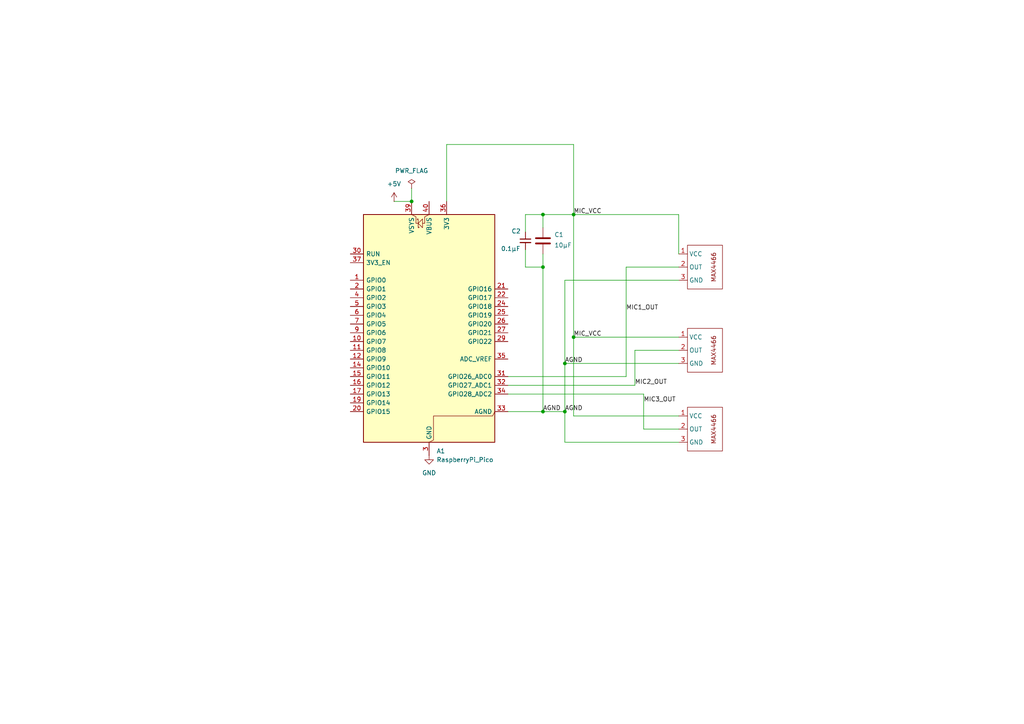
<source format=kicad_sch>
(kicad_sch (version 20250114) (generator "eeschema") (generator_version "9.0")
  (paper "A4")
  (title_block (title "Electret Microphone Array") (date "2025-10-10") (rev "1") (company "Group 3") (comment 1 "APSC 140") (comment 2 "Capilano University"))
  (lib_symbols
    (symbol "Device:C" (pin_numbers (hide yes)) (pin_names (offset 0.254))
      (property "Reference" "C" (at 0.635 2.54 0))
      (property "Value" "C" (at 0.635 -2.54 0))
      (symbol "C_0_1"
        (polyline (pts (xy -2.032 0.762) (xy 2.032 0.762)) (stroke (width 0.508)))
        (polyline (pts (xy -2.032 -0.762) (xy 2.032 -0.762)) (stroke (width 0.508)))
      )
      (symbol "C_1_1"
        (pin passive line (at 0 3.81 270) (length 2.794) (name "~") (number "1"))
        (pin passive line (at 0 -3.81 90) (length 2.794) (name "~") (number "2"))
      )
    )
    (symbol "Device:C_Small" (pin_numbers (hide yes)) (pin_names (offset 0.254) (hide yes))
      (property "Reference" "C" (at 0.254 1.778 0))
      (property "Value" "C_Small" (at 0.254 -2.032 0))
      (symbol "C_Small_0_1"
        (polyline (pts (xy -1.524 0.508) (xy 1.524 0.508)) (stroke (width 0.3048)))
        (polyline (pts (xy -1.524 -0.508) (xy 1.524 -0.508)) (stroke (width 0.3302)))
      )
      (symbol "C_Small_1_1"
        (pin passive line (at 0 2.54 270) (length 2.032) (name "~") (number "1"))
        (pin passive line (at 0 -2.54 90) (length 2.032) (name "~") (number "2"))
      )
    )
    (symbol "MCU_Module:RaspberryPi_Pico" (pin_names (offset 0.762))
      (property "Reference" "A" (at -19.05 35.56 0))
      (property "Value" "RaspberryPi_Pico" (at 7.62 35.56 0))
      (symbol "RaspberryPi_Pico_0_1"
        (rectangle (start -19.05 34.29) (end 19.05 -31.75) (stroke (width 0.254)) (fill (type background)))
        (polyline (pts (xy -5.08 34.29) (xy -3.81 33.655) (xy -3.81 31.75) (xy -3.175 31.75)))
        (polyline (pts (xy -3.429 32.766) (xy -3.429 33.02) (xy -3.175 33.02) (xy -3.175 30.48) (xy -2.921 30.48) (xy -2.921 30.734)))
        (polyline (pts (xy -3.175 31.75) (xy -1.905 33.02) (xy -1.905 30.48) (xy -3.175 31.75)))
        (polyline (pts (xy 0 34.29) (xy -1.27 33.655) (xy -1.27 31.75) (xy -1.905 31.75)))
        (polyline (pts (xy 0 -31.75) (xy 1.27 -31.115) (xy 1.27 -24.13) (xy 18.415 -24.13) (xy 19.05 -22.86)))
      )
      (symbol "RaspberryPi_Pico_1_1"
        (pin passive line (at -22.86 22.86 0) (length 3.81) (name "RUN") (number "30"))
        (pin passive line (at -22.86 20.32 0) (length 3.81) (name "3V3_EN") (number "37"))
        (pin bidirectional line (at -22.86 15.24 0) (length 3.81) (name "GPIO0") (number "1"))
        (pin bidirectional line (at -22.86 12.7 0) (length 3.81) (name "GPIO1") (number "2"))
        (pin bidirectional line (at -22.86 10.16 0) (length 3.81) (name "GPIO2") (number "4"))
        (pin bidirectional line (at -22.86 7.62 0) (length 3.81) (name "GPIO3") (number "5"))
        (pin bidirectional line (at -22.86 5.08 0) (length 3.81) (name "GPIO4") (number "6"))
        (pin bidirectional line (at -22.86 2.54 0) (length 3.81) (name "GPIO5") (number "7"))
        (pin bidirectional line (at -22.86 0 0) (length 3.81) (name "GPIO6") (number "9"))
        (pin bidirectional line (at -22.86 -2.54 0) (length 3.81) (name "GPIO7") (number "10"))
        (pin bidirectional line (at -22.86 -5.08 0) (length 3.81) (name "GPIO8") (number "11"))
        (pin bidirectional line (at -22.86 -7.62 0) (length 3.81) (name "GPIO9") (number "12"))
        (pin bidirectional line (at -22.86 -10.16 0) (length 3.81) (name "GPIO10") (number "14"))
        (pin bidirectional line (at -22.86 -12.7 0) (length 3.81) (name "GPIO11") (number "15"))
        (pin bidirectional line (at -22.86 -15.24 0) (length 3.81) (name "GPIO12") (number "16"))
        (pin bidirectional line (at -22.86 -17.78 0) (length 3.81) (name "GPIO13") (number "17"))
        (pin bidirectional line (at -22.86 -20.32 0) (length 3.81) (name "GPIO14") (number "19"))
        (pin bidirectional line (at -22.86 -22.86 0) (length 3.81) (name "GPIO15") (number "20"))
        (pin power_in line (at -5.08 38.1 270) (length 3.81) (name "VSYS") (number "39"))
        (pin power_out line (at 0 38.1 270) (length 3.81) (name "VBUS") (number "40"))
        (pin passive line (at 0 -35.56 90) (length 3.81) (hide yes) (name "GND") (number "13"))
        (pin passive line (at 0 -35.56 90) (length 3.81) (hide yes) (name "GND") (number "18"))
        (pin passive line (at 0 -35.56 90) (length 3.81) (hide yes) (name "GND") (number "23"))
        (pin passive line (at 0 -35.56 90) (length 3.81) (hide yes) (name "GND") (number "28"))
        (pin power_out line (at 0 -35.56 90) (length 3.81) (name "GND") (number "3"))
        (pin passive line (at 0 -35.56 90) (length 3.81) (hide yes) (name "GND") (number "38"))
        (pin passive line (at 0 -35.56 90) (length 3.81) (hide yes) (name "GND") (number "8"))
        (pin power_out line (at 5.08 38.1 270) (length 3.81) (name "3V3") (number "36"))
        (pin bidirectional line (at 22.86 12.7 180) (length 3.81) (name "GPIO16") (number "21"))
        (pin bidirectional line (at 22.86 10.16 180) (length 3.81) (name "GPIO17") (number "22"))
        (pin bidirectional line (at 22.86 7.62 180) (length 3.81) (name "GPIO18") (number "24"))
        (pin bidirectional line (at 22.86 5.08 180) (length 3.81) (name "GPIO19") (number "25"))
        (pin bidirectional line (at 22.86 2.54 180) (length 3.81) (name "GPIO20") (number "26"))
        (pin bidirectional line (at 22.86 0 180) (length 3.81) (name "GPIO21") (number "27"))
        (pin bidirectional line (at 22.86 -2.54 180) (length 3.81) (name "GPIO22") (number "29"))
        (pin power_in line (at 22.86 -7.62 180) (length 3.81) (name "ADC_VREF") (number "35"))
        (pin bidirectional line (at 22.86 -12.7 180) (length 3.81) (name "GPIO26_ADC0") (number "31"))
        (pin bidirectional line (at 22.86 -15.24 180) (length 3.81) (name "GPIO27_ADC1") (number "32"))
        (pin bidirectional line (at 22.86 -17.78 180) (length 3.81) (name "GPIO28_ADC2") (number "34"))
        (pin power_out line (at 22.86 -22.86 180) (length 3.81) (name "AGND") (number "33"))
      )
    )
    (symbol "power:+5V" (power) (pin_numbers (hide yes)) (pin_names (offset 0) (hide yes))
      (property "Value" "+5V" (at 0 3.556 0))
      (symbol "+5V_0_1"
        (polyline (pts (xy -0.762 1.27) (xy 0 2.54)))
        (polyline (pts (xy 0 2.54) (xy 0.762 1.27)))
        (polyline (pts (xy 0 0) (xy 0 2.54)))
      )
      (symbol "+5V_1_1"
        (pin power_in line (at 0 0 90) (length 0) (name "~") (number "1"))
      )
    )
    (symbol "power:GND" (power) (pin_numbers (hide yes)) (pin_names (offset 0) (hide yes))
      (property "Value" "GND" (at 0 -3.81 0))
      (symbol "GND_0_1"
        (polyline (pts (xy 0 0) (xy 0 -1.27) (xy 1.27 -1.27) (xy 0 -2.54) (xy -1.27 -1.27) (xy 0 -1.27)))
      )
      (symbol "GND_1_1"
        (pin power_in line (at 0 0 270) (length 0) (name "~") (number "1"))
      )
    )
    (symbol "power:PWR_FLAG" (power) (pin_numbers (hide yes)) (pin_names (offset 0) (hide yes))
      (property "Value" "PWR_FLAG" (at 0 3.81 0))
      (symbol "PWR_FLAG_0_0"
        (pin power_out line (at 0 0 90) (length 0) (name "~") (number "1"))
      )
      (symbol "PWR_FLAG_0_1"
        (polyline (pts (xy 0 0) (xy 0 1.27) (xy -1.016 1.905) (xy 0 2.54) (xy 1.016 1.905) (xy 0 1.27)))
      )
    )
    (symbol "triad:max4466_condenser_module"
      (symbol "max4466_condenser_module_0_1"
        (rectangle (start -5.08 -6.35) (end 5.08 6.35))
      )
      (symbol "max4466_condenser_module_1_1"
        (text "MAX4466\n" (at 2.54 0 900) (effects (font (size 1.27 1.27))))
        (pin power_in line (at -7.62 3.81 0) (length 2.54) (name "VCC") (number "1"))
        (pin output line (at -7.62 0 0) (length 2.54) (name "OUT") (number "2"))
        (pin passive line (at -7.62 -3.81 0) (length 2.54) (name "GND") (number "3"))
      )
    )
  )
  (junction (at 157.48 62.23))
  (junction (at 157.48 119.38))
  (junction (at 163.83 119.38))
  (junction (at 166.37 62.23))
  (junction (at 157.48 77.47))
  (junction (at 163.83 105.41))
  (junction (at 166.37 97.79))
  (junction (at 119.38 58.42))
  (wire (pts (xy 157.48 77.47) (xy 157.48 119.38)))
  (wire (pts (xy 114.3 58.42) (xy 119.38 58.42)))
  (wire (pts (xy 184.15 101.6) (xy 196.85 101.6)))
  (wire (pts (xy 184.15 111.76) (xy 184.15 101.6)))
  (wire (pts (xy 196.85 81.28) (xy 163.83 81.28)))
  (wire (pts (xy 147.32 109.22) (xy 181.61 109.22)))
  (wire (pts (xy 129.54 41.91) (xy 129.54 58.42)))
  (wire (pts (xy 157.48 62.23) (xy 152.4 62.23)))
  (wire (pts (xy 166.37 41.91) (xy 129.54 41.91)))
  (wire (pts (xy 163.83 128.27) (xy 163.83 119.38)))
  (wire (pts (xy 166.37 62.23) (xy 196.85 62.23)))
  (wire (pts (xy 157.48 62.23) (xy 166.37 62.23)))
  (wire (pts (xy 147.32 119.38) (xy 157.48 119.38)))
  (wire (pts (xy 196.85 62.23) (xy 196.85 73.66)))
  (wire (pts (xy 186.69 114.3) (xy 186.69 124.46)))
  (wire (pts (xy 181.61 77.47) (xy 196.85 77.47)))
  (wire (pts (xy 166.37 41.91) (xy 166.37 62.23)))
  (wire (pts (xy 157.48 62.23) (xy 157.48 66.04)))
  (wire (pts (xy 157.48 73.66) (xy 157.48 77.47)))
  (wire (pts (xy 196.85 128.27) (xy 163.83 128.27)))
  (wire (pts (xy 181.61 109.22) (xy 181.61 77.47)))
  (wire (pts (xy 166.37 120.65) (xy 166.37 97.79)))
  (wire (pts (xy 163.83 119.38) (xy 163.83 105.41)))
  (wire (pts (xy 163.83 81.28) (xy 163.83 105.41)))
  (wire (pts (xy 186.69 124.46) (xy 196.85 124.46)))
  (wire (pts (xy 166.37 62.23) (xy 166.37 97.79)))
  (wire (pts (xy 163.83 105.41) (xy 196.85 105.41)))
  (wire (pts (xy 196.85 97.79) (xy 166.37 97.79)))
  (wire (pts (xy 196.85 120.65) (xy 166.37 120.65)))
  (wire (pts (xy 147.32 111.76) (xy 184.15 111.76)))
  (wire (pts (xy 147.32 114.3) (xy 186.69 114.3)))
  (wire (pts (xy 152.4 77.47) (xy 157.48 77.47)))
  (wire (pts (xy 152.4 72.39) (xy 152.4 77.47)))
  (wire (pts (xy 119.38 54.61) (xy 119.38 58.42)))
  (wire (pts (xy 157.48 119.38) (xy 163.83 119.38)))
  (wire (pts (xy 152.4 62.23) (xy 152.4 67.31)))
  (label "MIC_VCC" (at 166.37 97.79 0))
  (label "MIC3_OUT" (at 186.69 116.84 0))
  (label "AGND" (at 163.83 119.38 0))
  (label "AGND" (at 163.83 105.41 0))
  (label "AGND" (at 157.48 119.38 0))
  (label "MIC1_OUT" (at 181.61 90.17 0))
  (label "MIC_VCC" (at 166.37 62.23 0))
  (label "MIC2_OUT" (at 184.15 111.76 0))
  (symbol (lib_id "triad:max4466_condenser_module") (at 204.47 77.47 0) (unit 1)
    (property "Reference" "MK4" (effects (hide yes)))
  )
  (symbol (lib_id "Device:C") (at 157.48 69.85 0) (unit 1)
    (property "Reference" "C1" (at 160.782 68.072 0) (effects (justify left)))
    (property "Value" "10µF" (at 160.782 71.12 0) (effects (justify left)))
    (property "Description" "Unpolarized capacitor" (effects (hide yes)))
  )
  (symbol (lib_id "power:PWR_FLAG") (at 119.38 54.61 0) (unit 1)
    (property "Reference" "#FLG01" (effects (hide yes)))
    (property "Value" "PWR_FLAG" (at 119.38 49.53 0))
    (property "Description" "Special symbol for telling ERC where power comes from" (effects (hide yes)))
  )
  (symbol (lib_id "power:GND") (at 124.46 132.08 0) (unit 1)
    (property "Reference" "#PWR01" (effects (hide yes)))
    (property "Value" "GND" (at 124.46 137.16 0))
    (property "Description" "Power symbol creates a global label with name \"GND\" , ground" (effects (hide yes)))
  )
  (symbol (lib_id "power:+5V") (at 114.3 58.42 0) (unit 1)
    (property "Reference" "#PWR02" (effects (hide yes)))
    (property "Value" "+5V" (at 114.3 53.34 0))
    (property "Description" "Power symbol creates a global label with name \"+5V\"" (effects (hide yes)))
  )
  (symbol (lib_id "Device:C_Small") (at 152.4 69.85 0) (unit 1)
    (property "Reference" "C2" (at 148.336 67.056 0) (effects (justify left)))
    (property "Value" "0.1µF" (at 145.288 72.136 0) (effects (justify left)))
    (property "Description" "Unpolarized capacitor, small symbol" (effects (hide yes)))
  )
  (symbol (lib_id "triad:max4466_condenser_module") (at 204.47 101.6 0) (unit 1)
    (property "Reference" "MK1" (effects (hide yes)))
  )
  (symbol (lib_id "triad:max4466_condenser_module") (at 204.47 124.46 0) (unit 1)
    (property "Reference" "MK2" (effects (hide yes)))
  )
  (symbol (lib_id "MCU_Module:RaspberryPi_Pico") (at 124.46 96.52 0) (unit 1)
    (property "Reference" "A1" (at 126.6033 130.81 0) (effects (justify left)))
    (property "Value" "RaspberryPi_Pico" (at 126.6033 133.35 0) (effects (justify left)))
    (property "Footprint" "Module:RaspberryPi_Pico_Common_Unspecified" (effects (hide yes)))
    (property "Datasheet" "https://datasheets.raspberrypi.com/pico/pico-datasheet.pdf" (effects (hide yes)))
    (property "Description" "Versatile and inexpensive microcontroller module powered by RP2040 dual-core Arm Cortex-M0+ processor up to 133 MHz, 264kB SRAM, 2MB QSPI flash; also supports Raspberry Pi Pico 2" (effects (hide yes)))
  )
)
</source>
